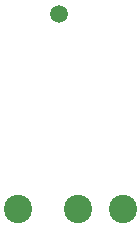
<source format=gbr>
G04 DipTrace 3.3.0.1*
G04 Bottom.gbr*
%MOMM*%
G04 #@! TF.FileFunction,Copper,L2,Bot*
G04 #@! TF.Part,Single*
G04 #@! TA.AperFunction,ComponentPad*
%ADD20C,1.5*%
G04 #@! TA.AperFunction,ViaPad*
%ADD25C,2.4*%
%FSLAX35Y35*%
G04*
G71*
G90*
G75*
G01*
G04 Bottom*
%LPD*%
D25*
X539693Y-1650827D3*
X-349213D3*
X158733D3*
D20*
X0Y0D3*
M02*

</source>
